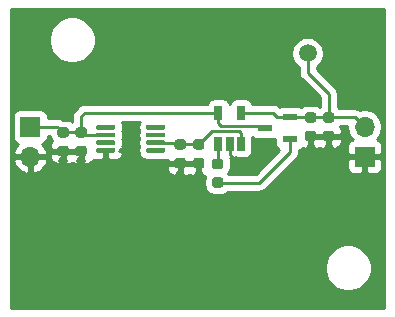
<source format=gbr>
%TF.GenerationSoftware,KiCad,Pcbnew,5.1.6-c6e7f7d~87~ubuntu18.04.1*%
%TF.CreationDate,2021-12-09T15:00:27-08:00*%
%TF.ProjectId,boosted-output-current-reference,626f6f73-7465-4642-9d6f-75747075742d,rev?*%
%TF.SameCoordinates,Original*%
%TF.FileFunction,Copper,L1,Top*%
%TF.FilePolarity,Positive*%
%FSLAX46Y46*%
G04 Gerber Fmt 4.6, Leading zero omitted, Abs format (unit mm)*
G04 Created by KiCad (PCBNEW 5.1.6-c6e7f7d~87~ubuntu18.04.1) date 2021-12-09 15:00:27*
%MOMM*%
%LPD*%
G01*
G04 APERTURE LIST*
%TA.AperFunction,SMDPad,CuDef*%
%ADD10C,1.500000*%
%TD*%
%TA.AperFunction,ComponentPad*%
%ADD11O,1.700000X1.700000*%
%TD*%
%TA.AperFunction,ComponentPad*%
%ADD12R,1.700000X1.700000*%
%TD*%
%TA.AperFunction,SMDPad,CuDef*%
%ADD13R,0.650000X1.220000*%
%TD*%
%TA.AperFunction,SMDPad,CuDef*%
%ADD14R,1.300000X0.600000*%
%TD*%
%TA.AperFunction,ViaPad*%
%ADD15C,0.800000*%
%TD*%
%TA.AperFunction,Conductor*%
%ADD16C,0.254000*%
%TD*%
G04 APERTURE END LIST*
D10*
%TO.P,TP1,1*%
%TO.N,/Vout*%
X169291000Y-88265000D03*
%TD*%
D11*
%TO.P,J2,2*%
%TO.N,/Vout*%
X174117000Y-94488000D03*
D12*
%TO.P,J2,1*%
%TO.N,GND*%
X174117000Y-97028000D03*
%TD*%
D11*
%TO.P,J1,2*%
%TO.N,GND*%
X145796000Y-97018000D03*
D12*
%TO.P,J1,1*%
%TO.N,+12V*%
X145796000Y-94478000D03*
%TD*%
D13*
%TO.P,U2,5*%
%TO.N,+12V*%
X161737000Y-93305000D03*
%TO.P,U2,4*%
%TO.N,/Vout*%
X163637000Y-93305000D03*
%TO.P,U2,3*%
%TO.N,Net-(C3-Pad2)*%
X163637000Y-95925000D03*
%TO.P,U2,2*%
%TO.N,GND*%
X162687000Y-95925000D03*
%TO.P,U2,1*%
%TO.N,Net-(R1-Pad1)*%
X161737000Y-95925000D03*
%TD*%
D14*
%TO.P,Q1,1*%
%TO.N,Net-(Q1-Pad1)*%
X167801000Y-95565000D03*
%TO.P,Q1,2*%
%TO.N,/Vout*%
X167801000Y-93665000D03*
%TO.P,Q1,3*%
%TO.N,+12V*%
X165701000Y-94615000D03*
%TD*%
%TO.P,C6,2*%
%TO.N,GND*%
%TA.AperFunction,SMDPad,CuDef*%
G36*
G01*
X169288750Y-94838000D02*
X169801250Y-94838000D01*
G75*
G02*
X170020000Y-95056750I0J-218750D01*
G01*
X170020000Y-95494250D01*
G75*
G02*
X169801250Y-95713000I-218750J0D01*
G01*
X169288750Y-95713000D01*
G75*
G02*
X169070000Y-95494250I0J218750D01*
G01*
X169070000Y-95056750D01*
G75*
G02*
X169288750Y-94838000I218750J0D01*
G01*
G37*
%TD.AperFunction*%
%TO.P,C6,1*%
%TO.N,/Vout*%
%TA.AperFunction,SMDPad,CuDef*%
G36*
G01*
X169288750Y-93263000D02*
X169801250Y-93263000D01*
G75*
G02*
X170020000Y-93481750I0J-218750D01*
G01*
X170020000Y-93919250D01*
G75*
G02*
X169801250Y-94138000I-218750J0D01*
G01*
X169288750Y-94138000D01*
G75*
G02*
X169070000Y-93919250I0J218750D01*
G01*
X169070000Y-93481750D01*
G75*
G02*
X169288750Y-93263000I218750J0D01*
G01*
G37*
%TD.AperFunction*%
%TD*%
%TO.P,C5,2*%
%TO.N,GND*%
%TA.AperFunction,SMDPad,CuDef*%
G36*
G01*
X170812750Y-94838000D02*
X171325250Y-94838000D01*
G75*
G02*
X171544000Y-95056750I0J-218750D01*
G01*
X171544000Y-95494250D01*
G75*
G02*
X171325250Y-95713000I-218750J0D01*
G01*
X170812750Y-95713000D01*
G75*
G02*
X170594000Y-95494250I0J218750D01*
G01*
X170594000Y-95056750D01*
G75*
G02*
X170812750Y-94838000I218750J0D01*
G01*
G37*
%TD.AperFunction*%
%TO.P,C5,1*%
%TO.N,/Vout*%
%TA.AperFunction,SMDPad,CuDef*%
G36*
G01*
X170812750Y-93263000D02*
X171325250Y-93263000D01*
G75*
G02*
X171544000Y-93481750I0J-218750D01*
G01*
X171544000Y-93919250D01*
G75*
G02*
X171325250Y-94138000I-218750J0D01*
G01*
X170812750Y-94138000D01*
G75*
G02*
X170594000Y-93919250I0J218750D01*
G01*
X170594000Y-93481750D01*
G75*
G02*
X170812750Y-93263000I218750J0D01*
G01*
G37*
%TD.AperFunction*%
%TD*%
%TO.P,C3,2*%
%TO.N,Net-(C3-Pad2)*%
%TA.AperFunction,SMDPad,CuDef*%
G36*
G01*
X158752250Y-96424000D02*
X158239750Y-96424000D01*
G75*
G02*
X158021000Y-96205250I0J218750D01*
G01*
X158021000Y-95767750D01*
G75*
G02*
X158239750Y-95549000I218750J0D01*
G01*
X158752250Y-95549000D01*
G75*
G02*
X158971000Y-95767750I0J-218750D01*
G01*
X158971000Y-96205250D01*
G75*
G02*
X158752250Y-96424000I-218750J0D01*
G01*
G37*
%TD.AperFunction*%
%TO.P,C3,1*%
%TO.N,GND*%
%TA.AperFunction,SMDPad,CuDef*%
G36*
G01*
X158752250Y-97999000D02*
X158239750Y-97999000D01*
G75*
G02*
X158021000Y-97780250I0J218750D01*
G01*
X158021000Y-97342750D01*
G75*
G02*
X158239750Y-97124000I218750J0D01*
G01*
X158752250Y-97124000D01*
G75*
G02*
X158971000Y-97342750I0J-218750D01*
G01*
X158971000Y-97780250D01*
G75*
G02*
X158752250Y-97999000I-218750J0D01*
G01*
G37*
%TD.AperFunction*%
%TD*%
%TO.P,C1,2*%
%TO.N,GND*%
%TA.AperFunction,SMDPad,CuDef*%
G36*
G01*
X148333750Y-96108000D02*
X148846250Y-96108000D01*
G75*
G02*
X149065000Y-96326750I0J-218750D01*
G01*
X149065000Y-96764250D01*
G75*
G02*
X148846250Y-96983000I-218750J0D01*
G01*
X148333750Y-96983000D01*
G75*
G02*
X148115000Y-96764250I0J218750D01*
G01*
X148115000Y-96326750D01*
G75*
G02*
X148333750Y-96108000I218750J0D01*
G01*
G37*
%TD.AperFunction*%
%TO.P,C1,1*%
%TO.N,+12V*%
%TA.AperFunction,SMDPad,CuDef*%
G36*
G01*
X148333750Y-94533000D02*
X148846250Y-94533000D01*
G75*
G02*
X149065000Y-94751750I0J-218750D01*
G01*
X149065000Y-95189250D01*
G75*
G02*
X148846250Y-95408000I-218750J0D01*
G01*
X148333750Y-95408000D01*
G75*
G02*
X148115000Y-95189250I0J218750D01*
G01*
X148115000Y-94751750D01*
G75*
G02*
X148333750Y-94533000I218750J0D01*
G01*
G37*
%TD.AperFunction*%
%TD*%
%TO.P,C4,2*%
%TO.N,GND*%
%TA.AperFunction,SMDPad,CuDef*%
G36*
G01*
X159827250Y-97124000D02*
X160339750Y-97124000D01*
G75*
G02*
X160558500Y-97342750I0J-218750D01*
G01*
X160558500Y-97780250D01*
G75*
G02*
X160339750Y-97999000I-218750J0D01*
G01*
X159827250Y-97999000D01*
G75*
G02*
X159608500Y-97780250I0J218750D01*
G01*
X159608500Y-97342750D01*
G75*
G02*
X159827250Y-97124000I218750J0D01*
G01*
G37*
%TD.AperFunction*%
%TO.P,C4,1*%
%TO.N,Net-(C3-Pad2)*%
%TA.AperFunction,SMDPad,CuDef*%
G36*
G01*
X159827250Y-95549000D02*
X160339750Y-95549000D01*
G75*
G02*
X160558500Y-95767750I0J-218750D01*
G01*
X160558500Y-96205250D01*
G75*
G02*
X160339750Y-96424000I-218750J0D01*
G01*
X159827250Y-96424000D01*
G75*
G02*
X159608500Y-96205250I0J218750D01*
G01*
X159608500Y-95767750D01*
G75*
G02*
X159827250Y-95549000I218750J0D01*
G01*
G37*
%TD.AperFunction*%
%TD*%
%TO.P,U1,8*%
%TO.N,Net-(U1-Pad8)*%
%TA.AperFunction,SMDPad,CuDef*%
G36*
G01*
X155605000Y-94629000D02*
X155605000Y-94429000D01*
G75*
G02*
X155705000Y-94329000I100000J0D01*
G01*
X157130000Y-94329000D01*
G75*
G02*
X157230000Y-94429000I0J-100000D01*
G01*
X157230000Y-94629000D01*
G75*
G02*
X157130000Y-94729000I-100000J0D01*
G01*
X155705000Y-94729000D01*
G75*
G02*
X155605000Y-94629000I0J100000D01*
G01*
G37*
%TD.AperFunction*%
%TO.P,U1,7*%
%TO.N,Net-(U1-Pad7)*%
%TA.AperFunction,SMDPad,CuDef*%
G36*
G01*
X155605000Y-95279000D02*
X155605000Y-95079000D01*
G75*
G02*
X155705000Y-94979000I100000J0D01*
G01*
X157130000Y-94979000D01*
G75*
G02*
X157230000Y-95079000I0J-100000D01*
G01*
X157230000Y-95279000D01*
G75*
G02*
X157130000Y-95379000I-100000J0D01*
G01*
X155705000Y-95379000D01*
G75*
G02*
X155605000Y-95279000I0J100000D01*
G01*
G37*
%TD.AperFunction*%
%TO.P,U1,6*%
%TO.N,Net-(C3-Pad2)*%
%TA.AperFunction,SMDPad,CuDef*%
G36*
G01*
X155605000Y-95929000D02*
X155605000Y-95729000D01*
G75*
G02*
X155705000Y-95629000I100000J0D01*
G01*
X157130000Y-95629000D01*
G75*
G02*
X157230000Y-95729000I0J-100000D01*
G01*
X157230000Y-95929000D01*
G75*
G02*
X157130000Y-96029000I-100000J0D01*
G01*
X155705000Y-96029000D01*
G75*
G02*
X155605000Y-95929000I0J100000D01*
G01*
G37*
%TD.AperFunction*%
%TO.P,U1,5*%
%TO.N,Net-(U1-Pad5)*%
%TA.AperFunction,SMDPad,CuDef*%
G36*
G01*
X155605000Y-96579000D02*
X155605000Y-96379000D01*
G75*
G02*
X155705000Y-96279000I100000J0D01*
G01*
X157130000Y-96279000D01*
G75*
G02*
X157230000Y-96379000I0J-100000D01*
G01*
X157230000Y-96579000D01*
G75*
G02*
X157130000Y-96679000I-100000J0D01*
G01*
X155705000Y-96679000D01*
G75*
G02*
X155605000Y-96579000I0J100000D01*
G01*
G37*
%TD.AperFunction*%
%TO.P,U1,4*%
%TO.N,GND*%
%TA.AperFunction,SMDPad,CuDef*%
G36*
G01*
X151380000Y-96579000D02*
X151380000Y-96379000D01*
G75*
G02*
X151480000Y-96279000I100000J0D01*
G01*
X152905000Y-96279000D01*
G75*
G02*
X153005000Y-96379000I0J-100000D01*
G01*
X153005000Y-96579000D01*
G75*
G02*
X152905000Y-96679000I-100000J0D01*
G01*
X151480000Y-96679000D01*
G75*
G02*
X151380000Y-96579000I0J100000D01*
G01*
G37*
%TD.AperFunction*%
%TO.P,U1,3*%
%TO.N,Net-(U1-Pad3)*%
%TA.AperFunction,SMDPad,CuDef*%
G36*
G01*
X151380000Y-95929000D02*
X151380000Y-95729000D01*
G75*
G02*
X151480000Y-95629000I100000J0D01*
G01*
X152905000Y-95629000D01*
G75*
G02*
X153005000Y-95729000I0J-100000D01*
G01*
X153005000Y-95929000D01*
G75*
G02*
X152905000Y-96029000I-100000J0D01*
G01*
X151480000Y-96029000D01*
G75*
G02*
X151380000Y-95929000I0J100000D01*
G01*
G37*
%TD.AperFunction*%
%TO.P,U1,2*%
%TO.N,+12V*%
%TA.AperFunction,SMDPad,CuDef*%
G36*
G01*
X151380000Y-95279000D02*
X151380000Y-95079000D01*
G75*
G02*
X151480000Y-94979000I100000J0D01*
G01*
X152905000Y-94979000D01*
G75*
G02*
X153005000Y-95079000I0J-100000D01*
G01*
X153005000Y-95279000D01*
G75*
G02*
X152905000Y-95379000I-100000J0D01*
G01*
X151480000Y-95379000D01*
G75*
G02*
X151380000Y-95279000I0J100000D01*
G01*
G37*
%TD.AperFunction*%
%TO.P,U1,1*%
%TO.N,Net-(U1-Pad1)*%
%TA.AperFunction,SMDPad,CuDef*%
G36*
G01*
X151380000Y-94629000D02*
X151380000Y-94429000D01*
G75*
G02*
X151480000Y-94329000I100000J0D01*
G01*
X152905000Y-94329000D01*
G75*
G02*
X153005000Y-94429000I0J-100000D01*
G01*
X153005000Y-94629000D01*
G75*
G02*
X152905000Y-94729000I-100000J0D01*
G01*
X151480000Y-94729000D01*
G75*
G02*
X151380000Y-94629000I0J100000D01*
G01*
G37*
%TD.AperFunction*%
%TD*%
%TO.P,R1,2*%
%TO.N,Net-(Q1-Pad1)*%
%TA.AperFunction,SMDPad,CuDef*%
G36*
G01*
X161414750Y-98775000D02*
X161927250Y-98775000D01*
G75*
G02*
X162146000Y-98993750I0J-218750D01*
G01*
X162146000Y-99431250D01*
G75*
G02*
X161927250Y-99650000I-218750J0D01*
G01*
X161414750Y-99650000D01*
G75*
G02*
X161196000Y-99431250I0J218750D01*
G01*
X161196000Y-98993750D01*
G75*
G02*
X161414750Y-98775000I218750J0D01*
G01*
G37*
%TD.AperFunction*%
%TO.P,R1,1*%
%TO.N,Net-(R1-Pad1)*%
%TA.AperFunction,SMDPad,CuDef*%
G36*
G01*
X161414750Y-97200000D02*
X161927250Y-97200000D01*
G75*
G02*
X162146000Y-97418750I0J-218750D01*
G01*
X162146000Y-97856250D01*
G75*
G02*
X161927250Y-98075000I-218750J0D01*
G01*
X161414750Y-98075000D01*
G75*
G02*
X161196000Y-97856250I0J218750D01*
G01*
X161196000Y-97418750D01*
G75*
G02*
X161414750Y-97200000I218750J0D01*
G01*
G37*
%TD.AperFunction*%
%TD*%
%TO.P,C2,2*%
%TO.N,+12V*%
%TA.AperFunction,SMDPad,CuDef*%
G36*
G01*
X150370250Y-95408000D02*
X149857750Y-95408000D01*
G75*
G02*
X149639000Y-95189250I0J218750D01*
G01*
X149639000Y-94751750D01*
G75*
G02*
X149857750Y-94533000I218750J0D01*
G01*
X150370250Y-94533000D01*
G75*
G02*
X150589000Y-94751750I0J-218750D01*
G01*
X150589000Y-95189250D01*
G75*
G02*
X150370250Y-95408000I-218750J0D01*
G01*
G37*
%TD.AperFunction*%
%TO.P,C2,1*%
%TO.N,GND*%
%TA.AperFunction,SMDPad,CuDef*%
G36*
G01*
X150370250Y-96983000D02*
X149857750Y-96983000D01*
G75*
G02*
X149639000Y-96764250I0J218750D01*
G01*
X149639000Y-96326750D01*
G75*
G02*
X149857750Y-96108000I218750J0D01*
G01*
X150370250Y-96108000D01*
G75*
G02*
X150589000Y-96326750I0J-218750D01*
G01*
X150589000Y-96764250D01*
G75*
G02*
X150370250Y-96983000I-218750J0D01*
G01*
G37*
%TD.AperFunction*%
%TD*%
D15*
%TO.N,GND*%
X150114000Y-97409000D03*
X148590000Y-97409000D03*
X163195000Y-97409000D03*
X169545000Y-96266000D03*
X171069000Y-96266000D03*
X160083488Y-98615500D03*
X152192504Y-97362504D03*
X158496000Y-98552000D03*
X152273000Y-102870000D03*
X165227000Y-103759000D03*
X168529000Y-99822000D03*
X171958000Y-90170000D03*
X166624000Y-89535000D03*
X159004000Y-90551000D03*
X154432000Y-90297000D03*
%TD*%
D16*
%TO.N,GND*%
X162687000Y-96901000D02*
X163195000Y-97409000D01*
X162687000Y-95925000D02*
X162687000Y-96901000D01*
X148590000Y-96545500D02*
X148590000Y-97409000D01*
X150114000Y-96545500D02*
X150114000Y-97409000D01*
X169545000Y-95275500D02*
X169545000Y-96266000D01*
X171069000Y-95275500D02*
X171069000Y-96266000D01*
X160083500Y-98615488D02*
X160083488Y-98615500D01*
X160083500Y-97561500D02*
X160083500Y-98615488D01*
X152192500Y-97362500D02*
X152192504Y-97362504D01*
X152192500Y-96479000D02*
X152192500Y-97362500D01*
X158496000Y-97561500D02*
X158496000Y-98552000D01*
%TO.N,/Vout*%
X163637000Y-93305000D02*
X166330000Y-93305000D01*
X166690000Y-93665000D02*
X167801000Y-93665000D01*
X166330000Y-93305000D02*
X166690000Y-93665000D01*
X169509500Y-93665000D02*
X169545000Y-93700500D01*
X167801000Y-93665000D02*
X169509500Y-93665000D01*
X169545000Y-93700500D02*
X171069000Y-93700500D01*
X173329500Y-93700500D02*
X174117000Y-94488000D01*
X171069000Y-93700500D02*
X173329500Y-93700500D01*
X169291000Y-88265000D02*
X169291000Y-89916000D01*
X171069000Y-91694000D02*
X171069000Y-93700500D01*
X169291000Y-89916000D02*
X171069000Y-91694000D01*
%TO.N,+12V*%
X161982990Y-94414990D02*
X165500990Y-94414990D01*
X165500990Y-94414990D02*
X165701000Y-94615000D01*
X161737000Y-94169000D02*
X161982990Y-94414990D01*
X161737000Y-93305000D02*
X161737000Y-94169000D01*
X148097500Y-94478000D02*
X148590000Y-94970500D01*
X145796000Y-94478000D02*
X148097500Y-94478000D01*
X148590000Y-94970500D02*
X150114000Y-94970500D01*
X150322500Y-95179000D02*
X150114000Y-94970500D01*
X152192500Y-95179000D02*
X150322500Y-95179000D01*
X150114000Y-94970500D02*
X150114000Y-93599000D01*
X150408000Y-93305000D02*
X161737000Y-93305000D01*
X150114000Y-93599000D02*
X150408000Y-93305000D01*
%TO.N,Net-(C3-Pad2)*%
X158338500Y-95829000D02*
X158496000Y-95986500D01*
X156417500Y-95829000D02*
X158338500Y-95829000D01*
X158496000Y-95986500D02*
X160083500Y-95986500D01*
X163637000Y-95925000D02*
X163637000Y-95057000D01*
X161201000Y-94869000D02*
X160083500Y-95986500D01*
X163449000Y-94869000D02*
X161201000Y-94869000D01*
X163637000Y-95057000D02*
X163449000Y-94869000D01*
%TO.N,Net-(Q1-Pad1)*%
X161671000Y-99212500D02*
X165201500Y-99212500D01*
X167801000Y-96613000D02*
X167801000Y-95565000D01*
X165201500Y-99212500D02*
X167801000Y-96613000D01*
%TO.N,Net-(R1-Pad1)*%
X161737000Y-97571500D02*
X161671000Y-97637500D01*
X161737000Y-95925000D02*
X161737000Y-97571500D01*
%TD*%
%TO.N,GND*%
G36*
X175743000Y-109830000D02*
G01*
X144170000Y-109830000D01*
X144170000Y-106230495D01*
X170735000Y-106230495D01*
X170735000Y-106621505D01*
X170811282Y-107005003D01*
X170960915Y-107366250D01*
X171178149Y-107691364D01*
X171454636Y-107967851D01*
X171779750Y-108185085D01*
X172140997Y-108334718D01*
X172524495Y-108411000D01*
X172915505Y-108411000D01*
X173299003Y-108334718D01*
X173660250Y-108185085D01*
X173985364Y-107967851D01*
X174261851Y-107691364D01*
X174479085Y-107366250D01*
X174628718Y-107005003D01*
X174705000Y-106621505D01*
X174705000Y-106230495D01*
X174628718Y-105846997D01*
X174479085Y-105485750D01*
X174261851Y-105160636D01*
X173985364Y-104884149D01*
X173660250Y-104666915D01*
X173299003Y-104517282D01*
X172915505Y-104441000D01*
X172524495Y-104441000D01*
X172140997Y-104517282D01*
X171779750Y-104666915D01*
X171454636Y-104884149D01*
X171178149Y-105160636D01*
X170960915Y-105485750D01*
X170811282Y-105846997D01*
X170735000Y-106230495D01*
X144170000Y-106230495D01*
X144170000Y-97374890D01*
X144354524Y-97374890D01*
X144399175Y-97522099D01*
X144524359Y-97784920D01*
X144698412Y-98018269D01*
X144914645Y-98213178D01*
X145164748Y-98362157D01*
X145439109Y-98459481D01*
X145669000Y-98338814D01*
X145669000Y-97145000D01*
X145923000Y-97145000D01*
X145923000Y-98338814D01*
X146152891Y-98459481D01*
X146427252Y-98362157D01*
X146677355Y-98213178D01*
X146893588Y-98018269D01*
X146907960Y-97999000D01*
X157382928Y-97999000D01*
X157395188Y-98123482D01*
X157431498Y-98243180D01*
X157490463Y-98353494D01*
X157569815Y-98450185D01*
X157666506Y-98529537D01*
X157776820Y-98588502D01*
X157896518Y-98624812D01*
X158021000Y-98637072D01*
X158210250Y-98634000D01*
X158369000Y-98475250D01*
X158369000Y-97688500D01*
X158623000Y-97688500D01*
X158623000Y-98475250D01*
X158781750Y-98634000D01*
X158971000Y-98637072D01*
X159095482Y-98624812D01*
X159215180Y-98588502D01*
X159289750Y-98548643D01*
X159364320Y-98588502D01*
X159484018Y-98624812D01*
X159608500Y-98637072D01*
X159797750Y-98634000D01*
X159956500Y-98475250D01*
X159956500Y-97688500D01*
X158623000Y-97688500D01*
X158369000Y-97688500D01*
X157544750Y-97688500D01*
X157386000Y-97847250D01*
X157382928Y-97999000D01*
X146907960Y-97999000D01*
X147067641Y-97784920D01*
X147192825Y-97522099D01*
X147237476Y-97374890D01*
X147116155Y-97145000D01*
X145923000Y-97145000D01*
X145669000Y-97145000D01*
X144475845Y-97145000D01*
X144354524Y-97374890D01*
X144170000Y-97374890D01*
X144170000Y-96983000D01*
X147476928Y-96983000D01*
X147489188Y-97107482D01*
X147525498Y-97227180D01*
X147584463Y-97337494D01*
X147663815Y-97434185D01*
X147760506Y-97513537D01*
X147870820Y-97572502D01*
X147990518Y-97608812D01*
X148115000Y-97621072D01*
X148304250Y-97618000D01*
X148463000Y-97459250D01*
X148463000Y-96672500D01*
X148717000Y-96672500D01*
X148717000Y-97459250D01*
X148875750Y-97618000D01*
X149065000Y-97621072D01*
X149189482Y-97608812D01*
X149309180Y-97572502D01*
X149352000Y-97549614D01*
X149394820Y-97572502D01*
X149514518Y-97608812D01*
X149639000Y-97621072D01*
X149828250Y-97618000D01*
X149987000Y-97459250D01*
X149987000Y-96672500D01*
X148717000Y-96672500D01*
X148463000Y-96672500D01*
X147638750Y-96672500D01*
X147480000Y-96831250D01*
X147476928Y-96983000D01*
X144170000Y-96983000D01*
X144170000Y-93628000D01*
X144307928Y-93628000D01*
X144307928Y-95328000D01*
X144320188Y-95452482D01*
X144356498Y-95572180D01*
X144415463Y-95682494D01*
X144494815Y-95779185D01*
X144591506Y-95858537D01*
X144701820Y-95917502D01*
X144782466Y-95941966D01*
X144698412Y-96017731D01*
X144524359Y-96251080D01*
X144399175Y-96513901D01*
X144354524Y-96661110D01*
X144475845Y-96891000D01*
X145669000Y-96891000D01*
X145669000Y-96871000D01*
X145923000Y-96871000D01*
X145923000Y-96891000D01*
X147116155Y-96891000D01*
X147237476Y-96661110D01*
X147192825Y-96513901D01*
X147067641Y-96251080D01*
X146893588Y-96017731D01*
X146809534Y-95941966D01*
X146890180Y-95917502D01*
X147000494Y-95858537D01*
X147097185Y-95779185D01*
X147176537Y-95682494D01*
X147235502Y-95572180D01*
X147271812Y-95452482D01*
X147284072Y-95328000D01*
X147284072Y-95240000D01*
X147481927Y-95240000D01*
X147493392Y-95356408D01*
X147542150Y-95517142D01*
X147621329Y-95665275D01*
X147639100Y-95686930D01*
X147584463Y-95753506D01*
X147525498Y-95863820D01*
X147489188Y-95983518D01*
X147476928Y-96108000D01*
X147480000Y-96259750D01*
X147638750Y-96418500D01*
X148463000Y-96418500D01*
X148463000Y-96398500D01*
X148717000Y-96398500D01*
X148717000Y-96418500D01*
X149987000Y-96418500D01*
X149987000Y-96398500D01*
X150241000Y-96398500D01*
X150241000Y-96418500D01*
X150261000Y-96418500D01*
X150261000Y-96672500D01*
X150241000Y-96672500D01*
X150241000Y-97459250D01*
X150399750Y-97618000D01*
X150589000Y-97621072D01*
X150713482Y-97608812D01*
X150833180Y-97572502D01*
X150943494Y-97513537D01*
X151040185Y-97434185D01*
X151119537Y-97337494D01*
X151153213Y-97274492D01*
X151264322Y-97306499D01*
X151388963Y-97317009D01*
X151906750Y-97314000D01*
X152065500Y-97155250D01*
X152065500Y-96667072D01*
X152319500Y-96667072D01*
X152319500Y-97155250D01*
X152478250Y-97314000D01*
X152996037Y-97317009D01*
X153120678Y-97306499D01*
X153240875Y-97271874D01*
X153352006Y-97214465D01*
X153449803Y-97136478D01*
X153530505Y-97040911D01*
X153591013Y-96931436D01*
X153629001Y-96812260D01*
X153640000Y-96710750D01*
X153481250Y-96552000D01*
X153297622Y-96552000D01*
X153315051Y-96542684D01*
X153426896Y-96450896D01*
X153463741Y-96406000D01*
X153481250Y-96406000D01*
X153640000Y-96247250D01*
X153629001Y-96145740D01*
X153617637Y-96110088D01*
X153628890Y-96072991D01*
X153643072Y-95929000D01*
X153643072Y-95729000D01*
X153628890Y-95585009D01*
X153604316Y-95504000D01*
X153628890Y-95422991D01*
X153643072Y-95279000D01*
X153643072Y-95079000D01*
X153628890Y-94935009D01*
X153604316Y-94854000D01*
X153628890Y-94772991D01*
X153643072Y-94629000D01*
X153643072Y-94429000D01*
X153628890Y-94285009D01*
X153586890Y-94146552D01*
X153544368Y-94067000D01*
X155065632Y-94067000D01*
X155023110Y-94146552D01*
X154981110Y-94285009D01*
X154966928Y-94429000D01*
X154966928Y-94629000D01*
X154981110Y-94772991D01*
X155005684Y-94854000D01*
X154981110Y-94935009D01*
X154966928Y-95079000D01*
X154966928Y-95279000D01*
X154981110Y-95422991D01*
X155005684Y-95504000D01*
X154981110Y-95585009D01*
X154966928Y-95729000D01*
X154966928Y-95929000D01*
X154981110Y-96072991D01*
X155005684Y-96154000D01*
X154981110Y-96235009D01*
X154966928Y-96379000D01*
X154966928Y-96579000D01*
X154981110Y-96722991D01*
X155023110Y-96861448D01*
X155091316Y-96989051D01*
X155183104Y-97100896D01*
X155294949Y-97192684D01*
X155422552Y-97260890D01*
X155561009Y-97302890D01*
X155705000Y-97317072D01*
X157130000Y-97317072D01*
X157273991Y-97302890D01*
X157385862Y-97268955D01*
X157386000Y-97275750D01*
X157544750Y-97434500D01*
X158369000Y-97434500D01*
X158369000Y-97414500D01*
X158623000Y-97414500D01*
X158623000Y-97434500D01*
X159956500Y-97434500D01*
X159956500Y-97414500D01*
X160210500Y-97414500D01*
X160210500Y-97434500D01*
X160230500Y-97434500D01*
X160230500Y-97688500D01*
X160210500Y-97688500D01*
X160210500Y-98475250D01*
X160369250Y-98634000D01*
X160558500Y-98637072D01*
X160642984Y-98628751D01*
X160623150Y-98665858D01*
X160574392Y-98826592D01*
X160557928Y-98993750D01*
X160557928Y-99431250D01*
X160574392Y-99598408D01*
X160623150Y-99759142D01*
X160702329Y-99907275D01*
X160808885Y-100037115D01*
X160938725Y-100143671D01*
X161086858Y-100222850D01*
X161247592Y-100271608D01*
X161414750Y-100288072D01*
X161927250Y-100288072D01*
X162094408Y-100271608D01*
X162255142Y-100222850D01*
X162403275Y-100143671D01*
X162533115Y-100037115D01*
X162584501Y-99974500D01*
X165164077Y-99974500D01*
X165201500Y-99978186D01*
X165238923Y-99974500D01*
X165238926Y-99974500D01*
X165350878Y-99963474D01*
X165494515Y-99919902D01*
X165626892Y-99849145D01*
X165742922Y-99753922D01*
X165766784Y-99724846D01*
X167613630Y-97878000D01*
X172628928Y-97878000D01*
X172641188Y-98002482D01*
X172677498Y-98122180D01*
X172736463Y-98232494D01*
X172815815Y-98329185D01*
X172912506Y-98408537D01*
X173022820Y-98467502D01*
X173142518Y-98503812D01*
X173267000Y-98516072D01*
X173831250Y-98513000D01*
X173990000Y-98354250D01*
X173990000Y-97155000D01*
X174244000Y-97155000D01*
X174244000Y-98354250D01*
X174402750Y-98513000D01*
X174967000Y-98516072D01*
X175091482Y-98503812D01*
X175211180Y-98467502D01*
X175321494Y-98408537D01*
X175418185Y-98329185D01*
X175497537Y-98232494D01*
X175556502Y-98122180D01*
X175592812Y-98002482D01*
X175605072Y-97878000D01*
X175602000Y-97313750D01*
X175443250Y-97155000D01*
X174244000Y-97155000D01*
X173990000Y-97155000D01*
X172790750Y-97155000D01*
X172632000Y-97313750D01*
X172628928Y-97878000D01*
X167613630Y-97878000D01*
X168313353Y-97178278D01*
X168342422Y-97154422D01*
X168437645Y-97038392D01*
X168508402Y-96906015D01*
X168551974Y-96762378D01*
X168563000Y-96650426D01*
X168563000Y-96650424D01*
X168566686Y-96613001D01*
X168563000Y-96575578D01*
X168563000Y-96492041D01*
X168575482Y-96490812D01*
X168695180Y-96454502D01*
X168805494Y-96395537D01*
X168893749Y-96323108D01*
X168945518Y-96338812D01*
X169070000Y-96351072D01*
X169259250Y-96348000D01*
X169418000Y-96189250D01*
X169418000Y-95402500D01*
X169672000Y-95402500D01*
X169672000Y-96189250D01*
X169830750Y-96348000D01*
X170020000Y-96351072D01*
X170144482Y-96338812D01*
X170264180Y-96302502D01*
X170307000Y-96279614D01*
X170349820Y-96302502D01*
X170469518Y-96338812D01*
X170594000Y-96351072D01*
X170783250Y-96348000D01*
X170942000Y-96189250D01*
X170942000Y-95402500D01*
X171196000Y-95402500D01*
X171196000Y-96189250D01*
X171354750Y-96348000D01*
X171544000Y-96351072D01*
X171668482Y-96338812D01*
X171788180Y-96302502D01*
X171898494Y-96243537D01*
X171995185Y-96164185D01*
X172074537Y-96067494D01*
X172133502Y-95957180D01*
X172169812Y-95837482D01*
X172182072Y-95713000D01*
X172179000Y-95561250D01*
X172020250Y-95402500D01*
X171196000Y-95402500D01*
X170942000Y-95402500D01*
X169672000Y-95402500D01*
X169418000Y-95402500D01*
X169398000Y-95402500D01*
X169398000Y-95148500D01*
X169418000Y-95148500D01*
X169418000Y-95128500D01*
X169672000Y-95128500D01*
X169672000Y-95148500D01*
X170942000Y-95148500D01*
X170942000Y-95128500D01*
X171196000Y-95128500D01*
X171196000Y-95148500D01*
X172020250Y-95148500D01*
X172179000Y-94989750D01*
X172182072Y-94838000D01*
X172169812Y-94713518D01*
X172133502Y-94593820D01*
X172074537Y-94483506D01*
X172057298Y-94462500D01*
X172632000Y-94462500D01*
X172632000Y-94634260D01*
X172689068Y-94921158D01*
X172801010Y-95191411D01*
X172963525Y-95434632D01*
X173095380Y-95566487D01*
X173022820Y-95588498D01*
X172912506Y-95647463D01*
X172815815Y-95726815D01*
X172736463Y-95823506D01*
X172677498Y-95933820D01*
X172641188Y-96053518D01*
X172628928Y-96178000D01*
X172632000Y-96742250D01*
X172790750Y-96901000D01*
X173990000Y-96901000D01*
X173990000Y-96881000D01*
X174244000Y-96881000D01*
X174244000Y-96901000D01*
X175443250Y-96901000D01*
X175602000Y-96742250D01*
X175605072Y-96178000D01*
X175592812Y-96053518D01*
X175556502Y-95933820D01*
X175497537Y-95823506D01*
X175418185Y-95726815D01*
X175321494Y-95647463D01*
X175211180Y-95588498D01*
X175138620Y-95566487D01*
X175270475Y-95434632D01*
X175432990Y-95191411D01*
X175544932Y-94921158D01*
X175602000Y-94634260D01*
X175602000Y-94341740D01*
X175544932Y-94054842D01*
X175432990Y-93784589D01*
X175270475Y-93541368D01*
X175063632Y-93334525D01*
X174820411Y-93172010D01*
X174550158Y-93060068D01*
X174263260Y-93003000D01*
X173970740Y-93003000D01*
X173730459Y-93050795D01*
X173622515Y-92993098D01*
X173478878Y-92949526D01*
X173366926Y-92938500D01*
X173366923Y-92938500D01*
X173329500Y-92934814D01*
X173292077Y-92938500D01*
X171982501Y-92938500D01*
X171931115Y-92875885D01*
X171831000Y-92793723D01*
X171831000Y-91731423D01*
X171834686Y-91694000D01*
X171831000Y-91656574D01*
X171819974Y-91544622D01*
X171776402Y-91400985D01*
X171705646Y-91268609D01*
X171705645Y-91268607D01*
X171670857Y-91226219D01*
X171610422Y-91152578D01*
X171581347Y-91128717D01*
X170053000Y-89600370D01*
X170053000Y-89421573D01*
X170173886Y-89340799D01*
X170366799Y-89147886D01*
X170518371Y-88921043D01*
X170622775Y-88668989D01*
X170676000Y-88401411D01*
X170676000Y-88128589D01*
X170622775Y-87861011D01*
X170518371Y-87608957D01*
X170366799Y-87382114D01*
X170173886Y-87189201D01*
X169947043Y-87037629D01*
X169694989Y-86933225D01*
X169427411Y-86880000D01*
X169154589Y-86880000D01*
X168887011Y-86933225D01*
X168634957Y-87037629D01*
X168408114Y-87189201D01*
X168215201Y-87382114D01*
X168063629Y-87608957D01*
X167959225Y-87861011D01*
X167906000Y-88128589D01*
X167906000Y-88401411D01*
X167959225Y-88668989D01*
X168063629Y-88921043D01*
X168215201Y-89147886D01*
X168408114Y-89340799D01*
X168529001Y-89421573D01*
X168529001Y-89878567D01*
X168525314Y-89916000D01*
X168540027Y-90065378D01*
X168583599Y-90209015D01*
X168654355Y-90341392D01*
X168725721Y-90428351D01*
X168749579Y-90457422D01*
X168778649Y-90481279D01*
X170307000Y-92009630D01*
X170307001Y-92793723D01*
X170307000Y-92793723D01*
X170277275Y-92769329D01*
X170129142Y-92690150D01*
X169968408Y-92641392D01*
X169801250Y-92624928D01*
X169288750Y-92624928D01*
X169121592Y-92641392D01*
X168960858Y-92690150D01*
X168812725Y-92769329D01*
X168761810Y-92811113D01*
X168695180Y-92775498D01*
X168575482Y-92739188D01*
X168451000Y-92726928D01*
X167151000Y-92726928D01*
X167026518Y-92739188D01*
X166906820Y-92775498D01*
X166889015Y-92785015D01*
X166871422Y-92763578D01*
X166755392Y-92668355D01*
X166623015Y-92597598D01*
X166479378Y-92554026D01*
X166367426Y-92543000D01*
X166367423Y-92543000D01*
X166330000Y-92539314D01*
X166292577Y-92543000D01*
X164579465Y-92543000D01*
X164551502Y-92450820D01*
X164492537Y-92340506D01*
X164413185Y-92243815D01*
X164316494Y-92164463D01*
X164206180Y-92105498D01*
X164086482Y-92069188D01*
X163962000Y-92056928D01*
X163312000Y-92056928D01*
X163187518Y-92069188D01*
X163067820Y-92105498D01*
X162957506Y-92164463D01*
X162860815Y-92243815D01*
X162781463Y-92340506D01*
X162722498Y-92450820D01*
X162687000Y-92567841D01*
X162651502Y-92450820D01*
X162592537Y-92340506D01*
X162513185Y-92243815D01*
X162416494Y-92164463D01*
X162306180Y-92105498D01*
X162186482Y-92069188D01*
X162062000Y-92056928D01*
X161412000Y-92056928D01*
X161287518Y-92069188D01*
X161167820Y-92105498D01*
X161057506Y-92164463D01*
X160960815Y-92243815D01*
X160881463Y-92340506D01*
X160822498Y-92450820D01*
X160794535Y-92543000D01*
X150445423Y-92543000D01*
X150408000Y-92539314D01*
X150370577Y-92543000D01*
X150370574Y-92543000D01*
X150258622Y-92554026D01*
X150114985Y-92597598D01*
X149982608Y-92668355D01*
X149866578Y-92763578D01*
X149842716Y-92792654D01*
X149601649Y-93033721D01*
X149572579Y-93057578D01*
X149548722Y-93086648D01*
X149548721Y-93086649D01*
X149477355Y-93173608D01*
X149406599Y-93305985D01*
X149363027Y-93449622D01*
X149348314Y-93599000D01*
X149352001Y-93636433D01*
X149352001Y-94063723D01*
X149352000Y-94063723D01*
X149322275Y-94039329D01*
X149174142Y-93960150D01*
X149013408Y-93911392D01*
X148846250Y-93894928D01*
X148588171Y-93894928D01*
X148522892Y-93841355D01*
X148390515Y-93770598D01*
X148246878Y-93727026D01*
X148134926Y-93716000D01*
X148134923Y-93716000D01*
X148097500Y-93712314D01*
X148060077Y-93716000D01*
X147284072Y-93716000D01*
X147284072Y-93628000D01*
X147271812Y-93503518D01*
X147235502Y-93383820D01*
X147176537Y-93273506D01*
X147097185Y-93176815D01*
X147000494Y-93097463D01*
X146890180Y-93038498D01*
X146770482Y-93002188D01*
X146646000Y-92989928D01*
X144946000Y-92989928D01*
X144821518Y-93002188D01*
X144701820Y-93038498D01*
X144591506Y-93097463D01*
X144494815Y-93176815D01*
X144415463Y-93273506D01*
X144356498Y-93383820D01*
X144320188Y-93503518D01*
X144307928Y-93628000D01*
X144170000Y-93628000D01*
X144170000Y-86926495D01*
X147367000Y-86926495D01*
X147367000Y-87317505D01*
X147443282Y-87701003D01*
X147592915Y-88062250D01*
X147810149Y-88387364D01*
X148086636Y-88663851D01*
X148411750Y-88881085D01*
X148772997Y-89030718D01*
X149156495Y-89107000D01*
X149547505Y-89107000D01*
X149931003Y-89030718D01*
X150292250Y-88881085D01*
X150617364Y-88663851D01*
X150893851Y-88387364D01*
X151111085Y-88062250D01*
X151260718Y-87701003D01*
X151337000Y-87317505D01*
X151337000Y-86926495D01*
X151260718Y-86542997D01*
X151111085Y-86181750D01*
X150893851Y-85856636D01*
X150617364Y-85580149D01*
X150292250Y-85362915D01*
X149931003Y-85213282D01*
X149547505Y-85137000D01*
X149156495Y-85137000D01*
X148772997Y-85213282D01*
X148411750Y-85362915D01*
X148086636Y-85580149D01*
X147810149Y-85856636D01*
X147592915Y-86181750D01*
X147443282Y-86542997D01*
X147367000Y-86926495D01*
X144170000Y-86926495D01*
X144170000Y-84480000D01*
X175743001Y-84480000D01*
X175743000Y-109830000D01*
G37*
X175743000Y-109830000D02*
X144170000Y-109830000D01*
X144170000Y-106230495D01*
X170735000Y-106230495D01*
X170735000Y-106621505D01*
X170811282Y-107005003D01*
X170960915Y-107366250D01*
X171178149Y-107691364D01*
X171454636Y-107967851D01*
X171779750Y-108185085D01*
X172140997Y-108334718D01*
X172524495Y-108411000D01*
X172915505Y-108411000D01*
X173299003Y-108334718D01*
X173660250Y-108185085D01*
X173985364Y-107967851D01*
X174261851Y-107691364D01*
X174479085Y-107366250D01*
X174628718Y-107005003D01*
X174705000Y-106621505D01*
X174705000Y-106230495D01*
X174628718Y-105846997D01*
X174479085Y-105485750D01*
X174261851Y-105160636D01*
X173985364Y-104884149D01*
X173660250Y-104666915D01*
X173299003Y-104517282D01*
X172915505Y-104441000D01*
X172524495Y-104441000D01*
X172140997Y-104517282D01*
X171779750Y-104666915D01*
X171454636Y-104884149D01*
X171178149Y-105160636D01*
X170960915Y-105485750D01*
X170811282Y-105846997D01*
X170735000Y-106230495D01*
X144170000Y-106230495D01*
X144170000Y-97374890D01*
X144354524Y-97374890D01*
X144399175Y-97522099D01*
X144524359Y-97784920D01*
X144698412Y-98018269D01*
X144914645Y-98213178D01*
X145164748Y-98362157D01*
X145439109Y-98459481D01*
X145669000Y-98338814D01*
X145669000Y-97145000D01*
X145923000Y-97145000D01*
X145923000Y-98338814D01*
X146152891Y-98459481D01*
X146427252Y-98362157D01*
X146677355Y-98213178D01*
X146893588Y-98018269D01*
X146907960Y-97999000D01*
X157382928Y-97999000D01*
X157395188Y-98123482D01*
X157431498Y-98243180D01*
X157490463Y-98353494D01*
X157569815Y-98450185D01*
X157666506Y-98529537D01*
X157776820Y-98588502D01*
X157896518Y-98624812D01*
X158021000Y-98637072D01*
X158210250Y-98634000D01*
X158369000Y-98475250D01*
X158369000Y-97688500D01*
X158623000Y-97688500D01*
X158623000Y-98475250D01*
X158781750Y-98634000D01*
X158971000Y-98637072D01*
X159095482Y-98624812D01*
X159215180Y-98588502D01*
X159289750Y-98548643D01*
X159364320Y-98588502D01*
X159484018Y-98624812D01*
X159608500Y-98637072D01*
X159797750Y-98634000D01*
X159956500Y-98475250D01*
X159956500Y-97688500D01*
X158623000Y-97688500D01*
X158369000Y-97688500D01*
X157544750Y-97688500D01*
X157386000Y-97847250D01*
X157382928Y-97999000D01*
X146907960Y-97999000D01*
X147067641Y-97784920D01*
X147192825Y-97522099D01*
X147237476Y-97374890D01*
X147116155Y-97145000D01*
X145923000Y-97145000D01*
X145669000Y-97145000D01*
X144475845Y-97145000D01*
X144354524Y-97374890D01*
X144170000Y-97374890D01*
X144170000Y-96983000D01*
X147476928Y-96983000D01*
X147489188Y-97107482D01*
X147525498Y-97227180D01*
X147584463Y-97337494D01*
X147663815Y-97434185D01*
X147760506Y-97513537D01*
X147870820Y-97572502D01*
X147990518Y-97608812D01*
X148115000Y-97621072D01*
X148304250Y-97618000D01*
X148463000Y-97459250D01*
X148463000Y-96672500D01*
X148717000Y-96672500D01*
X148717000Y-97459250D01*
X148875750Y-97618000D01*
X149065000Y-97621072D01*
X149189482Y-97608812D01*
X149309180Y-97572502D01*
X149352000Y-97549614D01*
X149394820Y-97572502D01*
X149514518Y-97608812D01*
X149639000Y-97621072D01*
X149828250Y-97618000D01*
X149987000Y-97459250D01*
X149987000Y-96672500D01*
X148717000Y-96672500D01*
X148463000Y-96672500D01*
X147638750Y-96672500D01*
X147480000Y-96831250D01*
X147476928Y-96983000D01*
X144170000Y-96983000D01*
X144170000Y-93628000D01*
X144307928Y-93628000D01*
X144307928Y-95328000D01*
X144320188Y-95452482D01*
X144356498Y-95572180D01*
X144415463Y-95682494D01*
X144494815Y-95779185D01*
X144591506Y-95858537D01*
X144701820Y-95917502D01*
X144782466Y-95941966D01*
X144698412Y-96017731D01*
X144524359Y-96251080D01*
X144399175Y-96513901D01*
X144354524Y-96661110D01*
X144475845Y-96891000D01*
X145669000Y-96891000D01*
X145669000Y-96871000D01*
X145923000Y-96871000D01*
X145923000Y-96891000D01*
X147116155Y-96891000D01*
X147237476Y-96661110D01*
X147192825Y-96513901D01*
X147067641Y-96251080D01*
X146893588Y-96017731D01*
X146809534Y-95941966D01*
X146890180Y-95917502D01*
X147000494Y-95858537D01*
X147097185Y-95779185D01*
X147176537Y-95682494D01*
X147235502Y-95572180D01*
X147271812Y-95452482D01*
X147284072Y-95328000D01*
X147284072Y-95240000D01*
X147481927Y-95240000D01*
X147493392Y-95356408D01*
X147542150Y-95517142D01*
X147621329Y-95665275D01*
X147639100Y-95686930D01*
X147584463Y-95753506D01*
X147525498Y-95863820D01*
X147489188Y-95983518D01*
X147476928Y-96108000D01*
X147480000Y-96259750D01*
X147638750Y-96418500D01*
X148463000Y-96418500D01*
X148463000Y-96398500D01*
X148717000Y-96398500D01*
X148717000Y-96418500D01*
X149987000Y-96418500D01*
X149987000Y-96398500D01*
X150241000Y-96398500D01*
X150241000Y-96418500D01*
X150261000Y-96418500D01*
X150261000Y-96672500D01*
X150241000Y-96672500D01*
X150241000Y-97459250D01*
X150399750Y-97618000D01*
X150589000Y-97621072D01*
X150713482Y-97608812D01*
X150833180Y-97572502D01*
X150943494Y-97513537D01*
X151040185Y-97434185D01*
X151119537Y-97337494D01*
X151153213Y-97274492D01*
X151264322Y-97306499D01*
X151388963Y-97317009D01*
X151906750Y-97314000D01*
X152065500Y-97155250D01*
X152065500Y-96667072D01*
X152319500Y-96667072D01*
X152319500Y-97155250D01*
X152478250Y-97314000D01*
X152996037Y-97317009D01*
X153120678Y-97306499D01*
X153240875Y-97271874D01*
X153352006Y-97214465D01*
X153449803Y-97136478D01*
X153530505Y-97040911D01*
X153591013Y-96931436D01*
X153629001Y-96812260D01*
X153640000Y-96710750D01*
X153481250Y-96552000D01*
X153297622Y-96552000D01*
X153315051Y-96542684D01*
X153426896Y-96450896D01*
X153463741Y-96406000D01*
X153481250Y-96406000D01*
X153640000Y-96247250D01*
X153629001Y-96145740D01*
X153617637Y-96110088D01*
X153628890Y-96072991D01*
X153643072Y-95929000D01*
X153643072Y-95729000D01*
X153628890Y-95585009D01*
X153604316Y-95504000D01*
X153628890Y-95422991D01*
X153643072Y-95279000D01*
X153643072Y-95079000D01*
X153628890Y-94935009D01*
X153604316Y-94854000D01*
X153628890Y-94772991D01*
X153643072Y-94629000D01*
X153643072Y-94429000D01*
X153628890Y-94285009D01*
X153586890Y-94146552D01*
X153544368Y-94067000D01*
X155065632Y-94067000D01*
X155023110Y-94146552D01*
X154981110Y-94285009D01*
X154966928Y-94429000D01*
X154966928Y-94629000D01*
X154981110Y-94772991D01*
X155005684Y-94854000D01*
X154981110Y-94935009D01*
X154966928Y-95079000D01*
X154966928Y-95279000D01*
X154981110Y-95422991D01*
X155005684Y-95504000D01*
X154981110Y-95585009D01*
X154966928Y-95729000D01*
X154966928Y-95929000D01*
X154981110Y-96072991D01*
X155005684Y-96154000D01*
X154981110Y-96235009D01*
X154966928Y-96379000D01*
X154966928Y-96579000D01*
X154981110Y-96722991D01*
X155023110Y-96861448D01*
X155091316Y-96989051D01*
X155183104Y-97100896D01*
X155294949Y-97192684D01*
X155422552Y-97260890D01*
X155561009Y-97302890D01*
X155705000Y-97317072D01*
X157130000Y-97317072D01*
X157273991Y-97302890D01*
X157385862Y-97268955D01*
X157386000Y-97275750D01*
X157544750Y-97434500D01*
X158369000Y-97434500D01*
X158369000Y-97414500D01*
X158623000Y-97414500D01*
X158623000Y-97434500D01*
X159956500Y-97434500D01*
X159956500Y-97414500D01*
X160210500Y-97414500D01*
X160210500Y-97434500D01*
X160230500Y-97434500D01*
X160230500Y-97688500D01*
X160210500Y-97688500D01*
X160210500Y-98475250D01*
X160369250Y-98634000D01*
X160558500Y-98637072D01*
X160642984Y-98628751D01*
X160623150Y-98665858D01*
X160574392Y-98826592D01*
X160557928Y-98993750D01*
X160557928Y-99431250D01*
X160574392Y-99598408D01*
X160623150Y-99759142D01*
X160702329Y-99907275D01*
X160808885Y-100037115D01*
X160938725Y-100143671D01*
X161086858Y-100222850D01*
X161247592Y-100271608D01*
X161414750Y-100288072D01*
X161927250Y-100288072D01*
X162094408Y-100271608D01*
X162255142Y-100222850D01*
X162403275Y-100143671D01*
X162533115Y-100037115D01*
X162584501Y-99974500D01*
X165164077Y-99974500D01*
X165201500Y-99978186D01*
X165238923Y-99974500D01*
X165238926Y-99974500D01*
X165350878Y-99963474D01*
X165494515Y-99919902D01*
X165626892Y-99849145D01*
X165742922Y-99753922D01*
X165766784Y-99724846D01*
X167613630Y-97878000D01*
X172628928Y-97878000D01*
X172641188Y-98002482D01*
X172677498Y-98122180D01*
X172736463Y-98232494D01*
X172815815Y-98329185D01*
X172912506Y-98408537D01*
X173022820Y-98467502D01*
X173142518Y-98503812D01*
X173267000Y-98516072D01*
X173831250Y-98513000D01*
X173990000Y-98354250D01*
X173990000Y-97155000D01*
X174244000Y-97155000D01*
X174244000Y-98354250D01*
X174402750Y-98513000D01*
X174967000Y-98516072D01*
X175091482Y-98503812D01*
X175211180Y-98467502D01*
X175321494Y-98408537D01*
X175418185Y-98329185D01*
X175497537Y-98232494D01*
X175556502Y-98122180D01*
X175592812Y-98002482D01*
X175605072Y-97878000D01*
X175602000Y-97313750D01*
X175443250Y-97155000D01*
X174244000Y-97155000D01*
X173990000Y-97155000D01*
X172790750Y-97155000D01*
X172632000Y-97313750D01*
X172628928Y-97878000D01*
X167613630Y-97878000D01*
X168313353Y-97178278D01*
X168342422Y-97154422D01*
X168437645Y-97038392D01*
X168508402Y-96906015D01*
X168551974Y-96762378D01*
X168563000Y-96650426D01*
X168563000Y-96650424D01*
X168566686Y-96613001D01*
X168563000Y-96575578D01*
X168563000Y-96492041D01*
X168575482Y-96490812D01*
X168695180Y-96454502D01*
X168805494Y-96395537D01*
X168893749Y-96323108D01*
X168945518Y-96338812D01*
X169070000Y-96351072D01*
X169259250Y-96348000D01*
X169418000Y-96189250D01*
X169418000Y-95402500D01*
X169672000Y-95402500D01*
X169672000Y-96189250D01*
X169830750Y-96348000D01*
X170020000Y-96351072D01*
X170144482Y-96338812D01*
X170264180Y-96302502D01*
X170307000Y-96279614D01*
X170349820Y-96302502D01*
X170469518Y-96338812D01*
X170594000Y-96351072D01*
X170783250Y-96348000D01*
X170942000Y-96189250D01*
X170942000Y-95402500D01*
X171196000Y-95402500D01*
X171196000Y-96189250D01*
X171354750Y-96348000D01*
X171544000Y-96351072D01*
X171668482Y-96338812D01*
X171788180Y-96302502D01*
X171898494Y-96243537D01*
X171995185Y-96164185D01*
X172074537Y-96067494D01*
X172133502Y-95957180D01*
X172169812Y-95837482D01*
X172182072Y-95713000D01*
X172179000Y-95561250D01*
X172020250Y-95402500D01*
X171196000Y-95402500D01*
X170942000Y-95402500D01*
X169672000Y-95402500D01*
X169418000Y-95402500D01*
X169398000Y-95402500D01*
X169398000Y-95148500D01*
X169418000Y-95148500D01*
X169418000Y-95128500D01*
X169672000Y-95128500D01*
X169672000Y-95148500D01*
X170942000Y-95148500D01*
X170942000Y-95128500D01*
X171196000Y-95128500D01*
X171196000Y-95148500D01*
X172020250Y-95148500D01*
X172179000Y-94989750D01*
X172182072Y-94838000D01*
X172169812Y-94713518D01*
X172133502Y-94593820D01*
X172074537Y-94483506D01*
X172057298Y-94462500D01*
X172632000Y-94462500D01*
X172632000Y-94634260D01*
X172689068Y-94921158D01*
X172801010Y-95191411D01*
X172963525Y-95434632D01*
X173095380Y-95566487D01*
X173022820Y-95588498D01*
X172912506Y-95647463D01*
X172815815Y-95726815D01*
X172736463Y-95823506D01*
X172677498Y-95933820D01*
X172641188Y-96053518D01*
X172628928Y-96178000D01*
X172632000Y-96742250D01*
X172790750Y-96901000D01*
X173990000Y-96901000D01*
X173990000Y-96881000D01*
X174244000Y-96881000D01*
X174244000Y-96901000D01*
X175443250Y-96901000D01*
X175602000Y-96742250D01*
X175605072Y-96178000D01*
X175592812Y-96053518D01*
X175556502Y-95933820D01*
X175497537Y-95823506D01*
X175418185Y-95726815D01*
X175321494Y-95647463D01*
X175211180Y-95588498D01*
X175138620Y-95566487D01*
X175270475Y-95434632D01*
X175432990Y-95191411D01*
X175544932Y-94921158D01*
X175602000Y-94634260D01*
X175602000Y-94341740D01*
X175544932Y-94054842D01*
X175432990Y-93784589D01*
X175270475Y-93541368D01*
X175063632Y-93334525D01*
X174820411Y-93172010D01*
X174550158Y-93060068D01*
X174263260Y-93003000D01*
X173970740Y-93003000D01*
X173730459Y-93050795D01*
X173622515Y-92993098D01*
X173478878Y-92949526D01*
X173366926Y-92938500D01*
X173366923Y-92938500D01*
X173329500Y-92934814D01*
X173292077Y-92938500D01*
X171982501Y-92938500D01*
X171931115Y-92875885D01*
X171831000Y-92793723D01*
X171831000Y-91731423D01*
X171834686Y-91694000D01*
X171831000Y-91656574D01*
X171819974Y-91544622D01*
X171776402Y-91400985D01*
X171705646Y-91268609D01*
X171705645Y-91268607D01*
X171670857Y-91226219D01*
X171610422Y-91152578D01*
X171581347Y-91128717D01*
X170053000Y-89600370D01*
X170053000Y-89421573D01*
X170173886Y-89340799D01*
X170366799Y-89147886D01*
X170518371Y-88921043D01*
X170622775Y-88668989D01*
X170676000Y-88401411D01*
X170676000Y-88128589D01*
X170622775Y-87861011D01*
X170518371Y-87608957D01*
X170366799Y-87382114D01*
X170173886Y-87189201D01*
X169947043Y-87037629D01*
X169694989Y-86933225D01*
X169427411Y-86880000D01*
X169154589Y-86880000D01*
X168887011Y-86933225D01*
X168634957Y-87037629D01*
X168408114Y-87189201D01*
X168215201Y-87382114D01*
X168063629Y-87608957D01*
X167959225Y-87861011D01*
X167906000Y-88128589D01*
X167906000Y-88401411D01*
X167959225Y-88668989D01*
X168063629Y-88921043D01*
X168215201Y-89147886D01*
X168408114Y-89340799D01*
X168529001Y-89421573D01*
X168529001Y-89878567D01*
X168525314Y-89916000D01*
X168540027Y-90065378D01*
X168583599Y-90209015D01*
X168654355Y-90341392D01*
X168725721Y-90428351D01*
X168749579Y-90457422D01*
X168778649Y-90481279D01*
X170307000Y-92009630D01*
X170307001Y-92793723D01*
X170307000Y-92793723D01*
X170277275Y-92769329D01*
X170129142Y-92690150D01*
X169968408Y-92641392D01*
X169801250Y-92624928D01*
X169288750Y-92624928D01*
X169121592Y-92641392D01*
X168960858Y-92690150D01*
X168812725Y-92769329D01*
X168761810Y-92811113D01*
X168695180Y-92775498D01*
X168575482Y-92739188D01*
X168451000Y-92726928D01*
X167151000Y-92726928D01*
X167026518Y-92739188D01*
X166906820Y-92775498D01*
X166889015Y-92785015D01*
X166871422Y-92763578D01*
X166755392Y-92668355D01*
X166623015Y-92597598D01*
X166479378Y-92554026D01*
X166367426Y-92543000D01*
X166367423Y-92543000D01*
X166330000Y-92539314D01*
X166292577Y-92543000D01*
X164579465Y-92543000D01*
X164551502Y-92450820D01*
X164492537Y-92340506D01*
X164413185Y-92243815D01*
X164316494Y-92164463D01*
X164206180Y-92105498D01*
X164086482Y-92069188D01*
X163962000Y-92056928D01*
X163312000Y-92056928D01*
X163187518Y-92069188D01*
X163067820Y-92105498D01*
X162957506Y-92164463D01*
X162860815Y-92243815D01*
X162781463Y-92340506D01*
X162722498Y-92450820D01*
X162687000Y-92567841D01*
X162651502Y-92450820D01*
X162592537Y-92340506D01*
X162513185Y-92243815D01*
X162416494Y-92164463D01*
X162306180Y-92105498D01*
X162186482Y-92069188D01*
X162062000Y-92056928D01*
X161412000Y-92056928D01*
X161287518Y-92069188D01*
X161167820Y-92105498D01*
X161057506Y-92164463D01*
X160960815Y-92243815D01*
X160881463Y-92340506D01*
X160822498Y-92450820D01*
X160794535Y-92543000D01*
X150445423Y-92543000D01*
X150408000Y-92539314D01*
X150370577Y-92543000D01*
X150370574Y-92543000D01*
X150258622Y-92554026D01*
X150114985Y-92597598D01*
X149982608Y-92668355D01*
X149866578Y-92763578D01*
X149842716Y-92792654D01*
X149601649Y-93033721D01*
X149572579Y-93057578D01*
X149548722Y-93086648D01*
X149548721Y-93086649D01*
X149477355Y-93173608D01*
X149406599Y-93305985D01*
X149363027Y-93449622D01*
X149348314Y-93599000D01*
X149352001Y-93636433D01*
X149352001Y-94063723D01*
X149352000Y-94063723D01*
X149322275Y-94039329D01*
X149174142Y-93960150D01*
X149013408Y-93911392D01*
X148846250Y-93894928D01*
X148588171Y-93894928D01*
X148522892Y-93841355D01*
X148390515Y-93770598D01*
X148246878Y-93727026D01*
X148134926Y-93716000D01*
X148134923Y-93716000D01*
X148097500Y-93712314D01*
X148060077Y-93716000D01*
X147284072Y-93716000D01*
X147284072Y-93628000D01*
X147271812Y-93503518D01*
X147235502Y-93383820D01*
X147176537Y-93273506D01*
X147097185Y-93176815D01*
X147000494Y-93097463D01*
X146890180Y-93038498D01*
X146770482Y-93002188D01*
X146646000Y-92989928D01*
X144946000Y-92989928D01*
X144821518Y-93002188D01*
X144701820Y-93038498D01*
X144591506Y-93097463D01*
X144494815Y-93176815D01*
X144415463Y-93273506D01*
X144356498Y-93383820D01*
X144320188Y-93503518D01*
X144307928Y-93628000D01*
X144170000Y-93628000D01*
X144170000Y-86926495D01*
X147367000Y-86926495D01*
X147367000Y-87317505D01*
X147443282Y-87701003D01*
X147592915Y-88062250D01*
X147810149Y-88387364D01*
X148086636Y-88663851D01*
X148411750Y-88881085D01*
X148772997Y-89030718D01*
X149156495Y-89107000D01*
X149547505Y-89107000D01*
X149931003Y-89030718D01*
X150292250Y-88881085D01*
X150617364Y-88663851D01*
X150893851Y-88387364D01*
X151111085Y-88062250D01*
X151260718Y-87701003D01*
X151337000Y-87317505D01*
X151337000Y-86926495D01*
X151260718Y-86542997D01*
X151111085Y-86181750D01*
X150893851Y-85856636D01*
X150617364Y-85580149D01*
X150292250Y-85362915D01*
X149931003Y-85213282D01*
X149547505Y-85137000D01*
X149156495Y-85137000D01*
X148772997Y-85213282D01*
X148411750Y-85362915D01*
X148086636Y-85580149D01*
X147810149Y-85856636D01*
X147592915Y-86181750D01*
X147443282Y-86542997D01*
X147367000Y-86926495D01*
X144170000Y-86926495D01*
X144170000Y-84480000D01*
X175743001Y-84480000D01*
X175743000Y-109830000D01*
G36*
X164696506Y-95445537D02*
G01*
X164806820Y-95504502D01*
X164926518Y-95540812D01*
X165051000Y-95553072D01*
X166351000Y-95553072D01*
X166475482Y-95540812D01*
X166512928Y-95529453D01*
X166512928Y-95865000D01*
X166525188Y-95989482D01*
X166561498Y-96109180D01*
X166620463Y-96219494D01*
X166699815Y-96316185D01*
X166796506Y-96395537D01*
X166890559Y-96445810D01*
X164885870Y-98450500D01*
X162584501Y-98450500D01*
X162563574Y-98425000D01*
X162639671Y-98332275D01*
X162718850Y-98184142D01*
X162767608Y-98023408D01*
X162784072Y-97856250D01*
X162784072Y-97418750D01*
X162767608Y-97251592D01*
X162742857Y-97170000D01*
X162814002Y-97170000D01*
X162814002Y-97011252D01*
X162972750Y-97170000D01*
X163012000Y-97173072D01*
X163136482Y-97160812D01*
X163162000Y-97153071D01*
X163187518Y-97160812D01*
X163312000Y-97173072D01*
X163962000Y-97173072D01*
X164086482Y-97160812D01*
X164206180Y-97124502D01*
X164316494Y-97065537D01*
X164413185Y-96986185D01*
X164492537Y-96889494D01*
X164551502Y-96779180D01*
X164587812Y-96659482D01*
X164600072Y-96535000D01*
X164600072Y-95366396D01*
X164696506Y-95445537D01*
G37*
X164696506Y-95445537D02*
X164806820Y-95504502D01*
X164926518Y-95540812D01*
X165051000Y-95553072D01*
X166351000Y-95553072D01*
X166475482Y-95540812D01*
X166512928Y-95529453D01*
X166512928Y-95865000D01*
X166525188Y-95989482D01*
X166561498Y-96109180D01*
X166620463Y-96219494D01*
X166699815Y-96316185D01*
X166796506Y-96395537D01*
X166890559Y-96445810D01*
X164885870Y-98450500D01*
X162584501Y-98450500D01*
X162563574Y-98425000D01*
X162639671Y-98332275D01*
X162718850Y-98184142D01*
X162767608Y-98023408D01*
X162784072Y-97856250D01*
X162784072Y-97418750D01*
X162767608Y-97251592D01*
X162742857Y-97170000D01*
X162814002Y-97170000D01*
X162814002Y-97011252D01*
X162972750Y-97170000D01*
X163012000Y-97173072D01*
X163136482Y-97160812D01*
X163162000Y-97153071D01*
X163187518Y-97160812D01*
X163312000Y-97173072D01*
X163962000Y-97173072D01*
X164086482Y-97160812D01*
X164206180Y-97124502D01*
X164316494Y-97065537D01*
X164413185Y-96986185D01*
X164492537Y-96889494D01*
X164551502Y-96779180D01*
X164587812Y-96659482D01*
X164600072Y-96535000D01*
X164600072Y-95366396D01*
X164696506Y-95445537D01*
%TD*%
M02*

</source>
